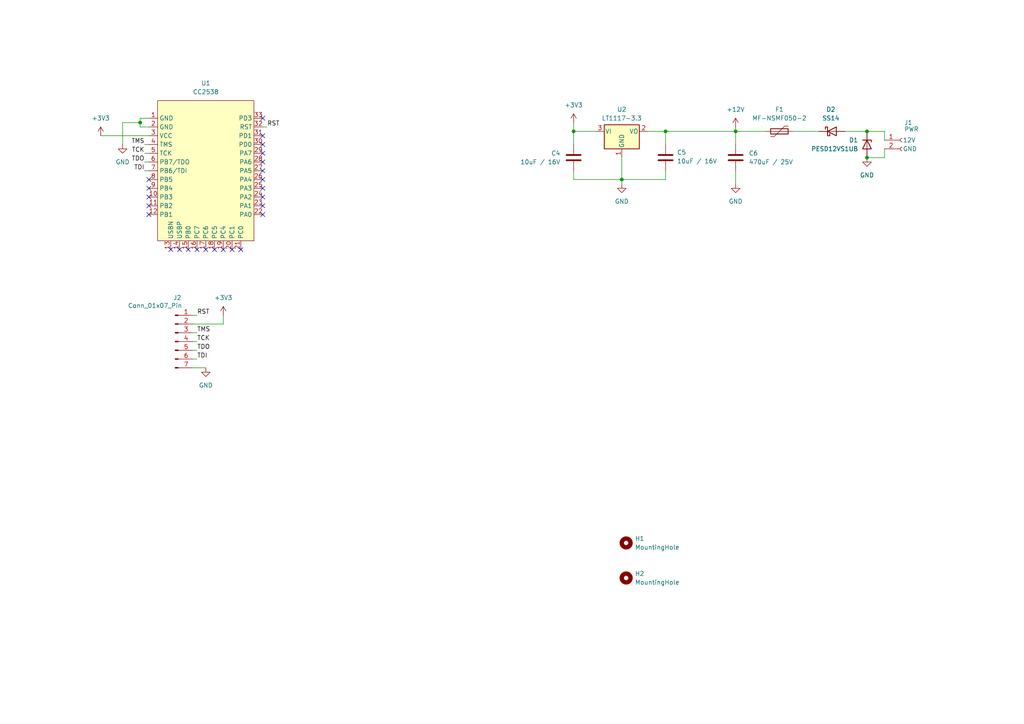
<source format=kicad_sch>
(kicad_sch (version 20250114) (generator "eeschema") (generator_version "9.0")
  (paper "A4")
  (title_block (title "Lambium ZigBee Router") (date "2025-06-13") (rev "A") (company "B4CKSP4CE") (comment 1 "CERN-OHL-S") (comment 2 "@heyflo"))
  (lib_symbols
    (symbol "BKSP:Connector_Lambium_Power_Horizontal" (pin_names (offset 1.524))
      (property "Reference" "J" (at -0.635 5.08 0))
      (property "Value" "PWR" (at -0.635 3.175 0))
      (symbol "Connector_Lambium_Power_Horizontal_1_1"
        (polyline (pts (xy -2.54 0) (xy -1.778 0)) (stroke (width 0.1524)))
        (polyline (pts (xy -2.54 -2.54) (xy -1.778 -2.54)) (stroke (width 0.1524)))
        (arc (start -1.27 -0.508) (mid -1.7758 0) (end -1.27 0.508) (stroke (width 0.1524)))
        (arc (start -1.27 -3.048) (mid -1.7758 -2.54) (end -1.27 -2.032) (stroke (width 0.1524)))
        (pin passive line (at -6.35 0 0) (length 3.81) (name "12V") (number "1"))
        (pin passive line (at -6.35 -2.54 0) (length 3.81) (name "GND") (number "2"))
      )
    )
    (symbol "BKSP:Fuse_MF-NSMF050-2" (pin_numbers (hide yes)) (pin_names (offset 0))
      (property "Reference" "F" (at 0 2.54 0))
      (property "Value" "MF-NSMF050-2" (at 0 -2.54 0))
      (symbol "Fuse_MF-NSMF050-2_0_1"
        (polyline (pts (xy -2.54 0) (xy 2.54 0)))
        (rectangle (start -2.54 -0.762) (end 2.54 0.762) (stroke (width 0.254)))
        (polyline (pts (xy -2.54 -1.524) (xy -1.524 -1.524) (xy 1.524 1.524) (xy 2.54 1.524)))
      )
      (symbol "Fuse_MF-NSMF050-2_1_1"
        (pin passive line (at -3.81 0 0) (length 1.27) (name "~") (number "1"))
        (pin passive line (at 3.81 0 180) (length 1.27) (name "~") (number "2"))
      )
    )
    (symbol "BKSP:Protection_PESD12VS1UB" (pin_numbers (hide yes)) (pin_names (offset 1.016) (hide yes))
      (property "Reference" "D" (at 0 2.54 0))
      (property "Value" "PESD12VS1UB" (at 0 -2.54 0))
      (symbol "Protection_PESD12VS1UB_0_1"
        (polyline (pts (xy -1.27 -1.27) (xy -1.27 1.27) (xy -0.762 1.27)) (stroke (width 0.254)))
        (polyline (pts (xy 1.27 0) (xy -1.27 0)))
        (polyline (pts (xy 1.27 -1.27) (xy 1.27 1.27) (xy -1.27 0) (xy 1.27 -1.27)) (stroke (width 0.254)))
      )
      (symbol "Protection_PESD12VS1UB_1_1"
        (pin passive line (at -3.81 0 0) (length 2.54) (name "K") (number "1"))
        (pin passive line (at 3.81 0 180) (length 2.54) (name "A") (number "2"))
      )
    )
    (symbol "BKSP:RF_Module_CC2538"
      (property "Reference" "U" (at 13.335 20.32 0))
      (property "Value" "CC2538" (at -10.795 20.32 0))
      (symbol "RF_Module_CC2538_0_0"
        (pin power_in line (at -16.51 13.97 0) (length 2.54) (name "GND") (number "1"))
        (pin power_in line (at -16.51 11.43 0) (length 2.54) (name "GND") (number "2"))
        (pin power_out line (at -16.51 8.89 0) (length 2.54) (name "VCC") (number "3"))
        (pin bidirectional line (at -16.51 6.35 0) (length 2.54) (name "TMS") (number "4"))
        (pin bidirectional line (at -16.51 3.81 0) (length 2.54) (name "TCK") (number "5"))
        (pin bidirectional line (at -16.51 1.27 0) (length 2.54) (name "PB7/TDO") (number "6"))
        (pin bidirectional line (at -16.51 -1.27 0) (length 2.54) (name "PB6/TDI") (number "7"))
        (pin bidirectional line (at -16.51 -3.81 0) (length 2.54) (name "PB5") (number "8"))
        (pin bidirectional line (at -16.51 -6.35 0) (length 2.54) (name "PB4") (number "9"))
        (pin bidirectional line (at -16.51 -8.89 0) (length 2.54) (name "PB3") (number "10"))
        (pin bidirectional line (at -16.51 -11.43 0) (length 2.54) (name "PB2") (number "11"))
        (pin bidirectional line (at -16.51 -13.97 0) (length 2.54) (name "PB1") (number "12"))
        (pin bidirectional line (at -10.16 -24.13 90) (length 2.54) (name "USBN") (number "13"))
        (pin bidirectional line (at -7.62 -24.13 90) (length 2.54) (name "USBP") (number "14"))
        (pin bidirectional line (at -5.08 -24.13 90) (length 2.54) (name "PB0") (number "15"))
        (pin bidirectional line (at -2.54 -24.13 90) (length 2.54) (name "PC7") (number "16"))
        (pin bidirectional line (at 0 -24.13 90) (length 2.54) (name "PC6") (number "17"))
        (pin bidirectional line (at 2.54 -24.13 90) (length 2.54) (name "PC5") (number "18"))
        (pin bidirectional line (at 5.08 -24.13 90) (length 2.54) (name "PC4") (number "19"))
        (pin bidirectional line (at 7.62 -24.13 90) (length 2.54) (name "PC1") (number "20"))
        (pin bidirectional line (at 10.16 -24.13 90) (length 2.54) (name "PC0") (number "21"))
        (pin bidirectional line (at 16.51 13.97 180) (length 2.54) (name "PD3") (number "33"))
        (pin input line (at 16.51 11.43 180) (length 2.54) (name "RST") (number "32"))
        (pin bidirectional line (at 16.51 8.89 180) (length 2.54) (name "PD1") (number "31"))
        (pin bidirectional line (at 16.51 6.35 180) (length 2.54) (name "PD0") (number "30"))
        (pin bidirectional line (at 16.51 3.81 180) (length 2.54) (name "PA7") (number "29"))
        (pin bidirectional line (at 16.51 1.27 180) (length 2.54) (name "PA6") (number "28"))
        (pin bidirectional line (at 16.51 -1.27 180) (length 2.54) (name "PA5") (number "27"))
        (pin bidirectional line (at 16.51 -3.81 180) (length 2.54) (name "PA4") (number "26"))
        (pin bidirectional line (at 16.51 -6.35 180) (length 2.54) (name "PA3") (number "25"))
        (pin bidirectional line (at 16.51 -8.89 180) (length 2.54) (name "PA2") (number "24"))
        (pin bidirectional line (at 16.51 -11.43 180) (length 2.54) (name "PA1") (number "23"))
        (pin bidirectional line (at 16.51 -13.97 180) (length 2.54) (name "PA0") (number "22"))
      )
      (symbol "RF_Module_CC2538_1_1"
        (rectangle (start -13.97 19.05) (end 13.97 -21.59) (fill (type background)))
      )
    )
    (symbol "Connector:Conn_01x07_Pin" (pin_names (offset 1.016) (hide yes))
      (property "Reference" "J" (at 0 10.16 0))
      (property "Value" "Conn_01x07_Pin" (at 0 -10.16 0))
      (symbol "Conn_01x07_Pin_1_1"
        (rectangle (start 0.8636 7.747) (end 0 7.493) (stroke (width 0.1524)) (fill (type outline)))
        (rectangle (start 0.8636 5.207) (end 0 4.953) (stroke (width 0.1524)) (fill (type outline)))
        (rectangle (start 0.8636 2.667) (end 0 2.413) (stroke (width 0.1524)) (fill (type outline)))
        (rectangle (start 0.8636 0.127) (end 0 -0.127) (stroke (width 0.1524)) (fill (type outline)))
        (rectangle (start 0.8636 -2.413) (end 0 -2.667) (stroke (width 0.1524)) (fill (type outline)))
        (rectangle (start 0.8636 -4.953) (end 0 -5.207) (stroke (width 0.1524)) (fill (type outline)))
        (rectangle (start 0.8636 -7.493) (end 0 -7.747) (stroke (width 0.1524)) (fill (type outline)))
        (polyline (pts (xy 1.27 7.62) (xy 0.8636 7.62)) (stroke (width 0.1524)))
        (polyline (pts (xy 1.27 5.08) (xy 0.8636 5.08)) (stroke (width 0.1524)))
        (polyline (pts (xy 1.27 2.54) (xy 0.8636 2.54)) (stroke (width 0.1524)))
        (polyline (pts (xy 1.27 0) (xy 0.8636 0)) (stroke (width 0.1524)))
        (polyline (pts (xy 1.27 -2.54) (xy 0.8636 -2.54)) (stroke (width 0.1524)))
        (polyline (pts (xy 1.27 -5.08) (xy 0.8636 -5.08)) (stroke (width 0.1524)))
        (polyline (pts (xy 1.27 -7.62) (xy 0.8636 -7.62)) (stroke (width 0.1524)))
        (pin passive line (at 5.08 7.62 180) (length 3.81) (name "Pin_1") (number "1"))
        (pin passive line (at 5.08 5.08 180) (length 3.81) (name "Pin_2") (number "2"))
        (pin passive line (at 5.08 2.54 180) (length 3.81) (name "Pin_3") (number "3"))
        (pin passive line (at 5.08 0 180) (length 3.81) (name "Pin_4") (number "4"))
        (pin passive line (at 5.08 -2.54 180) (length 3.81) (name "Pin_5") (number "5"))
        (pin passive line (at 5.08 -5.08 180) (length 3.81) (name "Pin_6") (number "6"))
        (pin passive line (at 5.08 -7.62 180) (length 3.81) (name "Pin_7") (number "7"))
      )
    )
    (symbol "Device:C" (pin_numbers (hide yes)) (pin_names (offset 0.254))
      (property "Reference" "C" (at 0.635 2.54 0))
      (property "Value" "C" (at 0.635 -2.54 0))
      (symbol "C_0_1"
        (polyline (pts (xy -2.032 0.762) (xy 2.032 0.762)) (stroke (width 0.508)))
        (polyline (pts (xy -2.032 -0.762) (xy 2.032 -0.762)) (stroke (width 0.508)))
      )
      (symbol "C_1_1"
        (pin passive line (at 0 3.81 270) (length 2.794) (name "~") (number "1"))
        (pin passive line (at 0 -3.81 90) (length 2.794) (name "~") (number "2"))
      )
    )
    (symbol "Diode:SS14" (pin_numbers (hide yes)) (pin_names (offset 1.016) (hide yes))
      (property "Reference" "D" (at 0 2.54 0))
      (property "Value" "SS14" (at 0 -2.54 0))
      (symbol "SS14_0_1"
        (polyline (pts (xy -1.905 0.635) (xy -1.905 1.27) (xy -1.27 1.27) (xy -1.27 -1.27) (xy -0.635 -1.27) (xy -0.635 -0.635)) (stroke (width 0.254)))
        (polyline (pts (xy 1.27 1.27) (xy 1.27 -1.27) (xy -1.27 0) (xy 1.27 1.27)) (stroke (width 0.254)))
        (polyline (pts (xy 1.27 0) (xy -1.27 0)))
      )
      (symbol "SS14_1_1"
        (pin passive line (at -3.81 0 0) (length 2.54) (name "K") (number "1"))
        (pin passive line (at 3.81 0 180) (length 2.54) (name "A") (number "2"))
      )
    )
    (symbol "Mechanical:MountingHole" (pin_names (offset 1.016)) (in_bom no)
      (property "Reference" "H" (at 0 5.08 0))
      (property "Value" "MountingHole" (at 0 3.175 0))
      (symbol "MountingHole_0_1"
        (circle (center 0 0) (radius 1.27) (stroke (width 1.27)))
      )
    )
    (symbol "Regulator_Linear:LT1117-3.3" (pin_names (offset 0.254))
      (property "Reference" "U" (at -3.81 3.175 0))
      (property "Value" "LT1117-3.3" (at 0 3.175 0))
      (symbol "LT1117-3.3_0_1"
        (rectangle (start -5.08 -5.08) (end 5.08 1.905) (stroke (width 0.254)) (fill (type background)))
      )
      (symbol "LT1117-3.3_1_1"
        (pin power_in line (at -7.62 0 0) (length 2.54) (name "VI") (number "3"))
        (pin power_in line (at 0 -7.62 90) (length 2.54) (name "GND") (number "1"))
        (pin power_out line (at 7.62 0 180) (length 2.54) (name "VO") (number "2"))
      )
    )
    (symbol "power:+12V" (power) (pin_numbers (hide yes)) (pin_names (offset 0) (hide yes))
      (property "Value" "+12V" (at 0 3.556 0))
      (symbol "+12V_0_1"
        (polyline (pts (xy -0.762 1.27) (xy 0 2.54)))
        (polyline (pts (xy 0 2.54) (xy 0.762 1.27)))
        (polyline (pts (xy 0 0) (xy 0 2.54)))
      )
      (symbol "+12V_1_1"
        (pin power_in line (at 0 0 90) (length 0) (name "~") (number "1"))
      )
    )
    (symbol "power:+3V3" (power) (pin_numbers (hide yes)) (pin_names (offset 0) (hide yes))
      (property "Value" "+3V3" (at 0 3.556 0))
      (symbol "+3V3_0_1"
        (polyline (pts (xy -0.762 1.27) (xy 0 2.54)))
        (polyline (pts (xy 0 2.54) (xy 0.762 1.27)))
        (polyline (pts (xy 0 0) (xy 0 2.54)))
      )
      (symbol "+3V3_1_1"
        (pin power_in line (at 0 0 90) (length 0) (name "~") (number "1"))
      )
    )
    (symbol "power:GND" (power) (pin_numbers (hide yes)) (pin_names (offset 0) (hide yes))
      (property "Value" "GND" (at 0 -3.81 0))
      (symbol "GND_0_1"
        (polyline (pts (xy 0 0) (xy 0 -1.27) (xy 1.27 -1.27) (xy 0 -2.54) (xy -1.27 -1.27) (xy 0 -1.27)))
      )
      (symbol "GND_1_1"
        (pin power_in line (at 0 0 270) (length 0) (name "~") (number "1"))
      )
    )
  )
  (junction (at 40.64 35.56))
  (junction (at 193.04 38.1))
  (junction (at 180.34 52.07))
  (junction (at 251.46 45.72))
  (junction (at 213.36 38.1))
  (junction (at 251.46 38.1))
  (junction (at 166.37 38.1))
  (no_connect (at 43.18 52.07))
  (no_connect (at 43.18 57.15))
  (no_connect (at 52.07 72.39))
  (no_connect (at 76.2 46.99))
  (no_connect (at 76.2 49.53))
  (no_connect (at 76.2 41.91))
  (no_connect (at 67.31 72.39))
  (no_connect (at 76.2 52.07))
  (no_connect (at 59.69 72.39))
  (no_connect (at 76.2 59.69))
  (no_connect (at 69.85 72.39))
  (no_connect (at 76.2 44.45))
  (no_connect (at 76.2 62.23))
  (no_connect (at 54.61 72.39))
  (no_connect (at 76.2 57.15))
  (no_connect (at 76.2 39.37))
  (no_connect (at 64.77 72.39))
  (no_connect (at 62.23 72.39))
  (no_connect (at 43.18 62.23))
  (no_connect (at 57.15 72.39))
  (no_connect (at 43.18 59.69))
  (no_connect (at 76.2 34.29))
  (no_connect (at 49.53 72.39))
  (no_connect (at 43.18 54.61))
  (no_connect (at 76.2 54.61))
  (wire (pts (xy 193.04 41.91) (xy 193.04 38.1)))
  (wire (pts (xy 213.36 36.83) (xy 213.36 38.1)))
  (wire (pts (xy 193.04 38.1) (xy 187.96 38.1)))
  (wire (pts (xy 55.88 106.68) (xy 59.69 106.68)))
  (wire (pts (xy 166.37 52.07) (xy 180.34 52.07)))
  (wire (pts (xy 35.56 35.56) (xy 40.64 35.56)))
  (wire (pts (xy 213.36 38.1) (xy 222.25 38.1)))
  (wire (pts (xy 57.15 101.6) (xy 55.88 101.6)))
  (wire (pts (xy 77.47 36.83) (xy 76.2 36.83)))
  (wire (pts (xy 193.04 49.53) (xy 193.04 52.07)))
  (wire (pts (xy 256.54 45.72) (xy 251.46 45.72)))
  (wire (pts (xy 256.54 38.1) (xy 256.54 40.64)))
  (wire (pts (xy 64.77 93.98) (xy 64.77 91.44)))
  (wire (pts (xy 57.15 91.44) (xy 55.88 91.44)))
  (wire (pts (xy 193.04 52.07) (xy 180.34 52.07)))
  (wire (pts (xy 166.37 49.53) (xy 166.37 52.07)))
  (wire (pts (xy 43.18 36.83) (xy 40.64 36.83)))
  (wire (pts (xy 40.64 35.56) (xy 40.64 36.83)))
  (wire (pts (xy 256.54 43.18) (xy 256.54 45.72)))
  (wire (pts (xy 213.36 38.1) (xy 213.36 41.91)))
  (wire (pts (xy 35.56 35.56) (xy 35.56 41.91)))
  (wire (pts (xy 41.91 46.99) (xy 43.18 46.99)))
  (wire (pts (xy 55.88 93.98) (xy 64.77 93.98)))
  (wire (pts (xy 40.64 35.56) (xy 40.64 34.29)))
  (wire (pts (xy 41.91 41.91) (xy 43.18 41.91)))
  (wire (pts (xy 57.15 96.52) (xy 55.88 96.52)))
  (wire (pts (xy 57.15 99.06) (xy 55.88 99.06)))
  (wire (pts (xy 166.37 35.56) (xy 166.37 38.1)))
  (wire (pts (xy 180.34 53.34) (xy 180.34 52.07)))
  (wire (pts (xy 166.37 41.91) (xy 166.37 38.1)))
  (wire (pts (xy 229.87 38.1) (xy 237.49 38.1)))
  (wire (pts (xy 41.91 49.53) (xy 43.18 49.53)))
  (wire (pts (xy 213.36 53.34) (xy 213.36 49.53)))
  (wire (pts (xy 57.15 104.14) (xy 55.88 104.14)))
  (wire (pts (xy 172.72 38.1) (xy 166.37 38.1)))
  (wire (pts (xy 193.04 38.1) (xy 213.36 38.1)))
  (wire (pts (xy 41.91 44.45) (xy 43.18 44.45)))
  (wire (pts (xy 180.34 45.72) (xy 180.34 52.07)))
  (wire (pts (xy 251.46 38.1) (xy 256.54 38.1)))
  (wire (pts (xy 40.64 34.29) (xy 43.18 34.29)))
  (wire (pts (xy 29.21 39.37) (xy 43.18 39.37)))
  (wire (pts (xy 245.11 38.1) (xy 251.46 38.1)))
  (label "TMS" (at 57.15 96.52 0))
  (label "TDO" (at 41.91 46.99 180))
  (label "TCK" (at 57.15 99.06 0))
  (label "TMS" (at 41.91 41.91 180))
  (label "RST" (at 77.47 36.83 0))
  (label "TDI" (at 41.91 49.53 180))
  (label "RST" (at 57.15 91.44 0))
  (label "TDI" (at 57.15 104.14 0))
  (label "TCK" (at 41.91 44.45 180))
  (label "TDO" (at 57.15 101.6 0))
  (symbol (lib_id "Connector:Conn_01x07_Pin") (at 50.8 99.06 0) (unit 1)
    (property "Reference" "J2" (at 51.435 86.36 0))
    (property "Value" "Conn_01x07_Pin" (at 44.958 88.646 0))
    (property "Footprint" "Connector_PinHeader_2.54mm:PinHeader_1x07_P2.54mm_Vertical" (effects (hide yes)))
    (property "Description" "Generic connector, single row, 01x07, script generated" (effects (hide yes)))
  )
  (symbol (lib_id "power:+12V") (at 213.36 36.83 0) (unit 1)
    (property "Reference" "#PWR011" (effects (hide yes)))
    (property "Value" "+12V" (at 213.36 31.75 0))
    (property "Description" "Power symbol creates a global label with name \"+12V\"" (effects (hide yes)))
  )
  (symbol (lib_id "Diode:SS14") (at 241.3 38.1 0) (unit 1)
    (property "Reference" "D2" (at 240.9825 31.75 0))
    (property "Value" "SS14" (at 240.9825 34.29 0))
    (property "Footprint" "Diode_SMD:D_SMA" (effects (hide yes)))
    (property "Datasheet" "https://www.vishay.com/docs/88746/ss12.pdf" (effects (hide yes)))
    (property "Description" "40V 1A Schottky Diode, SMA" (effects (hide yes)))
  )
  (symbol (lib_id "power:GND") (at 180.34 53.34 0) (mirror y) (unit 1)
    (property "Reference" "#PWR010" (effects (hide yes)))
    (property "Value" "GND" (at 180.34 58.42 0))
    (property "Description" "Power symbol creates a global label with name \"GND\" , ground" (effects (hide yes)))
  )
  (symbol (lib_id "power:GND") (at 213.36 53.34 0) (unit 1)
    (property "Reference" "#PWR012" (effects (hide yes)))
    (property "Value" "GND" (at 213.36 58.42 0))
    (property "Description" "Power symbol creates a global label with name \"GND\" , ground" (effects (hide yes)))
  )
  (symbol (lib_id "power:+3V3") (at 64.77 91.44 0) (unit 1)
    (property "Reference" "#PWR03" (effects (hide yes)))
    (property "Value" "+3V3" (at 64.77 86.36 0))
    (property "Description" "Power symbol creates a global label with name \"+3V3\"" (effects (hide yes)))
  )
  (symbol (lib_id "power:GND") (at 251.46 45.72 0) (unit 1)
    (property "Reference" "#PWR013" (effects (hide yes)))
    (property "Value" "GND" (at 251.46 50.8 0))
    (property "Description" "Power symbol creates a global label with name \"GND\" , ground" (effects (hide yes)))
  )
  (symbol (lib_id "BKSP:Protection_PESD12VS1UB") (at 251.46 41.91 270) (unit 1)
    (property "Reference" "D1" (at 248.92 40.64 90) (effects (justify right)))
    (property "Value" "PESD12VS1UB" (at 248.92 43.18 90) (effects (justify right)))
    (property "Footprint" "Diode_SMD:D_SOD-523" (effects (hide yes)))
    (property "Datasheet" "https://assets.nexperia.com/documents/data-sheet/PESD12VS1UB.pdf" (effects (hide yes)))
    (property "Description" "TVS Unidirectional, 12V Operational, 15V Breakdown," (effects (hide yes)))
  )
  (symbol (lib_id "BKSP:RF_Module_CC2538") (at 59.69 48.26 0) (unit 1)
    (property "Reference" "U1" (at 59.69 24.13 0))
    (property "Value" "CC2538" (at 59.69 26.67 0))
    (property "Footprint" "BKSP:RF_Module_CC2538" (effects (hide yes)))
    (property "Datasheet" "https://www.ti.com/lit/ds/symlink/cc2538.pdf" (effects (hide yes)))
    (property "Description" "CC2538 + CC2592 ZigBee High-Power RF Module" (effects (hide yes)))
  )
  (symbol (lib_id "Device:C") (at 166.37 45.72 0) (unit 1)
    (property "Reference" "C4" (at 162.56 44.4499 0) (effects (justify right)))
    (property "Value" "10uF / 16V" (at 162.56 46.9899 0) (effects (justify right)))
    (property "Footprint" "Capacitor_SMD:C_0805_2012Metric" (effects (hide yes)))
    (property "Description" "Unpolarized capacitor" (effects (hide yes)))
  )
  (symbol (lib_id "power:+3V3") (at 166.37 35.56 0) (unit 1)
    (property "Reference" "#PWR05" (effects (hide yes)))
    (property "Value" "+3V3" (at 166.37 30.48 0))
    (property "Description" "Power symbol creates a global label with name \"+3V3\"" (effects (hide yes)))
  )
  (symbol (lib_id "BKSP:Connector_Lambium_Power_Horizontal") (at 262.89 40.64 0) (unit 1)
    (property "Reference" "J1" (at 262.255 35.56 0) (effects (justify left)))
    (property "Value" "PWR" (at 262.255 37.465 0) (effects (justify left)))
    (property "Footprint" "Connector_Phoenix_MC:PhoenixContact_MC_1,5_2-G-3.81_1x02_P3.81mm_Horizontal" (effects (hide yes)))
    (property "Description" "12VDC Power Connector used in B4CKSP4CE" (effects (hide yes)))
  )
  (symbol (lib_id "Mechanical:MountingHole") (at 181.61 157.48 0) (unit 1) (in_bom no)
    (property "Reference" "H1" (at 184.15 156.21 0) (effects (justify left)))
    (property "Value" "MountingHole" (at 184.15 158.75 0) (effects (justify left)))
    (property "Footprint" "MountingHole:MountingHole_3.2mm_M3_ISO7380" (effects (hide yes)))
    (property "Description" "Mounting Hole without connection" (effects (hide yes)))
  )
  (symbol (lib_id "power:+3V3") (at 29.21 39.37 0) (unit 1)
    (property "Reference" "#PWR01" (effects (hide yes)))
    (property "Value" "+3V3" (at 29.21 34.29 0))
    (property "Description" "Power symbol creates a global label with name \"+3V3\"" (effects (hide yes)))
  )
  (symbol (lib_id "power:GND") (at 59.69 106.68 0) (unit 1)
    (property "Reference" "#PWR04" (effects (hide yes)))
    (property "Value" "GND" (at 59.69 111.76 0))
    (property "Description" "Power symbol creates a global label with name \"GND\" , ground" (effects (hide yes)))
  )
  (symbol (lib_id "BKSP:Fuse_MF-NSMF050-2") (at 226.06 38.1 0) (unit 1)
    (property "Reference" "F1" (at 226.06 31.75 0))
    (property "Value" "MF-NSMF050-2" (at 226.06 34.29 0))
    (property "Footprint" "Fuse:Fuse_1206_3216Metric" (effects (hide yes)))
    (property "Datasheet" "https://www.bourns.com/docs/product-datasheets/mf-nsmf.pdf?sfvrsn=39c76af6_20" (effects (hide yes)))
    (property "Description" "PPTC Resettable Fuse 13.2V 500 mA" (effects (hide yes)))
  )
  (symbol (lib_id "Regulator_Linear:LT1117-3.3") (at 180.34 38.1 0) (unit 1)
    (property "Reference" "U2" (at 180.34 31.75 0))
    (property "Value" "LT1117-3.3" (at 180.34 34.29 0))
    (property "Footprint" "Package_TO_SOT_SMD:SOT-223-3_TabPin2" (effects (hide yes)))
    (property "Datasheet" "https://www.analog.com/media/en/technical-documentation/data-sheets/1117fd.pdf" (effects (hide yes)))
    (property "Description" "800mA Low-Dropout Linear Regulator, 3.3V fixed output, SOT-223/TO-263" (effects (hide yes)))
  )
  (symbol (lib_id "Device:C") (at 213.36 45.72 0) (unit 1)
    (property "Reference" "C6" (at 217.17 44.4499 0) (effects (justify left)))
    (property "Value" "470uF / 25V" (at 217.17 46.9899 0) (effects (justify left)))
    (property "Footprint" "Capacitor_SMD:CP_Elec_6.3x5.9" (effects (hide yes)))
    (property "Description" "Unpolarized capacitor" (effects (hide yes)))
  )
  (symbol (lib_id "Device:C") (at 193.04 45.72 0) (mirror y) (unit 1)
    (property "Reference" "C5" (at 196.342 44.196 0) (effects (justify right)))
    (property "Value" "10uF / 16V" (at 196.342 46.736 0) (effects (justify right)))
    (property "Footprint" "Capacitor_SMD:C_0805_2012Metric" (effects (hide yes)))
    (property "Description" "Unpolarized capacitor" (effects (hide yes)))
  )
  (symbol (lib_id "Mechanical:MountingHole") (at 181.61 167.64 0) (unit 1) (in_bom no)
    (property "Reference" "H2" (at 184.15 166.37 0) (effects (justify left)))
    (property "Value" "MountingHole" (at 184.15 168.91 0) (effects (justify left)))
    (property "Footprint" "MountingHole:MountingHole_3.2mm_M3_ISO7380" (effects (hide yes)))
    (property "Description" "Mounting Hole without connection" (effects (hide yes)))
  )
  (symbol (lib_id "power:GND") (at 35.56 41.91 0) (unit 1)
    (property "Reference" "#PWR02" (effects (hide yes)))
    (property "Value" "GND" (at 35.56 46.99 0))
    (property "Description" "Power symbol creates a global label with name \"GND\" , ground" (effects (hide yes)))
  )
)
</source>
